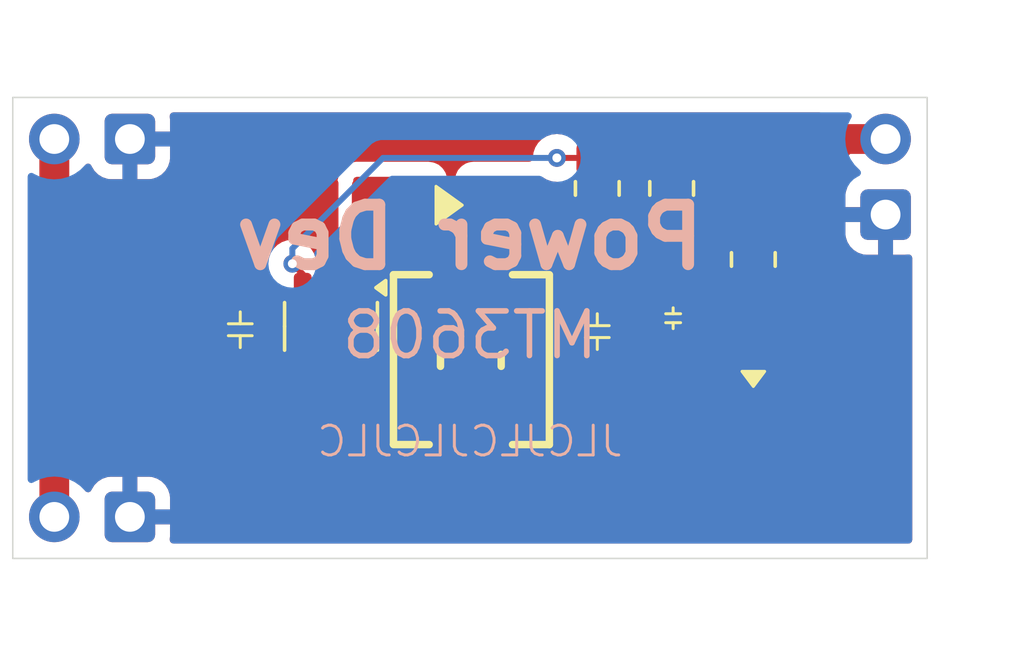
<source format=kicad_pcb>
(kicad_pcb (version 20240108) (generator "pcbnew") (generator_version "8.0")
  (layers (0 "F.Cu" signal) (31 "B.Cu" signal) (34 "B.Paste" user) (35 "F.Paste" user) (36 "B.SilkS" user "B.Silkscreen") (37 "F.SilkS" user "F.Silkscreen") (38 "B.Mask" user) (39 "F.Mask" user) (44 "Edge.Cuts" user))
  (net 0 "")
  (net 1 "VCC")
  (net 2 "GND")
  (net 3 "VOUT")
  (net 4 "SW")
  (net 5 "Net-(LED1-A)")
  (net 6 "FB")
  (footprint "custom:PinHeader_1x02_P2.54mm_Vertical_simple_pad2gnd" (layer "F.Cu") (at 127 129.54 90)
    (property "Reference" "J2" (hide yes))
    (property "Value" "Conn_01x02")
    (pad "1" thru_hole oval (at 0 0 90) (size 1.7 1.7) (drill 1) (layers "*.Cu" "*.Mask") (net 1 "VCC"))
    (pad "2" thru_hole roundrect (at 0 2.54 90) (size 1.7 1.7) (drill 1) (layers "*.Cu" "*.Mask") (roundrect_rratio 0.1470588235) (net 2 "GND"))
  )
  (footprint "Package_TO_SOT_SMD:SOT-23-6" (layer "F.Cu") (at 136.3 123.1375 -90)
    (property "Reference" "U1" (hide yes))
    (property "Value" "MT3608")
    (fp_line (start 0 1.56) (end -0.8 1.56) (stroke (width 0.12)) (layer "F.SilkS"))
    (fp_line (start 0 1.56) (end 0.8 1.56) (stroke (width 0.12)) (layer "F.SilkS"))
    (fp_line (start 0 -1.56) (end -0.8 -1.56) (stroke (width 0.12)) (layer "F.SilkS"))
    (fp_line (start 0 -1.56) (end 0.8 -1.56) (stroke (width 0.12)) (layer "F.SilkS"))
    (fp_poly (pts (xy -1.3 -1.51) (xy -1.54 -1.84) (xy -1.06 -1.84) (xy -1.3 -1.51)) (stroke (width 0.12)) (fill solid) (layer "F.SilkS"))
    (pad "1" smd roundrect (at -1.1375 -0.95 270) (size 1.325 0.6) (layers "F.Cu" "F.Paste" "F.Mask") (net 4 "SW"))
    (pad "2" smd roundrect (at -1.1375 0 270) (size 1.325 0.6) (layers "F.Cu" "F.Paste" "F.Mask") (net 2 "GND"))
    (pad "3" smd roundrect (at -1.1375 0.95 270) (size 1.325 0.6) (layers "F.Cu" "F.Paste" "F.Mask") (net 6 "FB"))
    (pad "4" smd roundrect (at 1.1375 0.95 270) (size 1.325 0.6) (layers "F.Cu" "F.Paste" "F.Mask") (net 1 "VCC"))
    (pad "5" smd roundrect (at 1.1375 0 270) (size 1.325 0.6) (layers "F.Cu" "F.Paste" "F.Mask") (net 1 "VCC"))
    (pad "6" smd roundrect (at 1.1375 -0.95 270) (size 1.325 0.6) (layers "F.Cu" "F.Paste" "F.Mask"))
  )
  (footprint "custom:C_1206_3216Metric_Pad1.33x1.80mm_HandSolder" (layer "F.Cu") (at 133.25 123.25 90)
    (property "Reference" "C1" (hide yes))
    (property "Value" "22uF")
    (fp_line (start -0.2 -0.4) (end -0.2 0.4) (stroke (width 0.1)) (layer "F.SilkS"))
    (fp_line (start 0.2 0) (end 0.6 0) (stroke (width 0.1)) (layer "F.SilkS"))
    (fp_line (start -0.2 0) (end -0.6 0) (stroke (width 0.1)) (layer "F.SilkS"))
    (fp_line (start 0.2 0.4) (end 0.2 -0.4) (stroke (width 0.1)) (layer "F.SilkS"))
    (pad "1" smd roundrect (at -1.5625 0 90) (size 1.325 1.8) (layers "F.Cu" "F.Paste" "F.Mask") (roundrect_rratio 0.188679) (net 1 "VCC"))
    (pad "2" smd roundrect (at 1.5625 0 90) (size 1.325 1.8) (layers "F.Cu" "F.Paste" "F.Mask") (roundrect_rratio 0.188679) (net 2 "GND"))
  )
  (footprint "custom:C_0805_2012Metric_Pad1.18x1.45mm_HandSolder" (layer "F.Cu") (at 147.75 122.8625 -90)
    (property "Reference" "C3" (hide yes))
    (property "Value" "10uF")
    (fp_line (start 0.15 0.2) (end 0.15 -0.3) (stroke (width 0.1)) (layer "F.SilkS"))
    (fp_line (start -0.15 -0.05) (end -0.35 -0.05) (stroke (width 0.1)) (layer "F.SilkS"))
    (fp_line (start 0.15 -0.05) (end 0.35 -0.05) (stroke (width 0.1)) (layer "F.SilkS"))
    (fp_line (start -0.15 -0.3) (end -0.15 0.2) (stroke (width 0.1)) (layer "F.SilkS"))
    (pad "1" smd roundrect (at -1.0375 0 270) (size 1.175 1.45) (layers "F.Cu" "F.Paste" "F.Mask") (roundrect_rratio 0.212766) (net 3 "VOUT"))
    (pad "2" smd roundrect (at 1.0375 0 270) (size 1.175 1.45) (layers "F.Cu" "F.Paste" "F.Mask") (roundrect_rratio 0.212766) (net 2 "GND"))
  )
  (footprint "Resistor_SMD:R_0805_2012Metric_Pad1.20x1.40mm_HandSolder" (layer "F.Cu") (at 145.25 118.5 90)
    (property "Reference" "R1" (hide yes))
    (property "Value" "75K")
    (fp_line (start -0.227064 -0.735) (end 0.227064 -0.735) (stroke (width 0.12)) (layer "F.SilkS"))
    (fp_line (start -0.227064 0.735) (end 0.227064 0.735) (stroke (width 0.12)) (layer "F.SilkS"))
    (pad "1" smd roundrect (at -1 0 90) (size 1.2 1.4) (layers "F.Cu" "F.Paste" "F.Mask") (roundrect_rratio 0.208333) (net 3 "VOUT"))
    (pad "2" smd roundrect (at 1 0 90) (size 1.2 1.4) (layers "F.Cu" "F.Paste" "F.Mask") (roundrect_rratio 0.208333) (net 6 "FB"))
  )
  (footprint "custom:PinHeader_1x02_P2.54mm_Vertical_simple_pad2gnd" (layer "F.Cu") (at 154.94 116.84)
    (property "Reference" "J3" (hide yes))
    (property "Value" "Conn_01x02")
    (pad "1" thru_hole oval (at 0 0) (size 1.7 1.7) (drill 1) (layers "*.Cu" "*.Mask") (net 3 "VOUT"))
    (pad "2" thru_hole roundrect (at 0 2.54) (size 1.7 1.7) (drill 1) (layers "*.Cu" "*.Mask") (roundrect_rratio 0.1470588235) (net 2 "GND"))
  )
  (footprint "custom:PinHeader_1x02_P2.54mm_Vertical_simple_pad2gnd" (layer "F.Cu") (at 127 116.84 90)
    (property "Reference" "J1" (hide yes))
    (property "Value" "Conn_01x02")
    (pad "1" thru_hole oval (at 0 0 90) (size 1.7 1.7) (drill 1) (layers "*.Cu" "*.Mask") (net 1 "VCC"))
    (pad "2" thru_hole roundrect (at 0 2.54 90) (size 1.7 1.7) (drill 1) (layers "*.Cu" "*.Mask") (roundrect_rratio 0.1470588235) (net 2 "GND"))
  )
  (footprint "Resistor_SMD:R_0805_2012Metric_Pad1.20x1.40mm_HandSolder" (layer "F.Cu") (at 150.495 120.888 -90)
    (property "Reference" "R3" (hide yes))
    (property "Value" "10K")
    (fp_line (start -0.227064 0.735) (end 0.227064 0.735) (stroke (width 0.12)) (layer "F.SilkS"))
    (fp_line (start -0.227064 -0.735) (end 0.227064 -0.735) (stroke (width 0.12)) (layer "F.SilkS"))
    (pad "1" smd roundrect (at -1 0 270) (size 1.2 1.4) (layers "F.Cu" "F.Paste" "F.Mask") (roundrect_rratio 0.208333) (net 3 "VOUT"))
    (pad "2" smd roundrect (at 1 0 270) (size 1.2 1.4) (layers "F.Cu" "F.Paste" "F.Mask") (roundrect_rratio 0.208333) (net 5 "Net-(LED1-A)"))
  )
  (footprint "custom:Inductor_Multi_5.2x5.7_2x2.5" (layer "F.Cu") (at 141 124.25 90)
    (property "Reference" "L1" (hide yes))
    (property "Value" "22uH")
    (fp_line (start 2.85 -2.6) (end 2.85 -1.4) (stroke (width 0.25)) (layer "F.SilkS"))
    (fp_line (start -2.85 -2.6) (end 2.85 -2.6) (stroke (width 0.25)) (layer "F.SilkS"))
    (fp_line (start -2.86 -1.4) (end -2.86 -2.6) (stroke (width 0.25)) (layer "F.SilkS"))
    (fp_line (start 0.17 -1.02) (end -0.23 -1.02) (stroke (width 0.25)) (layer "F.SilkS"))
    (fp_line (start -0.23 1.02) (end 0.17 1.02) (stroke (width 0.25)) (layer "F.SilkS"))
    (fp_line (start 2.85 1.4) (end 2.85 2.64) (stroke (width 0.25)) (layer "F.SilkS"))
    (fp_line (start 2.84 2.64) (end -2.86 2.64) (stroke (width 0.25)) (layer "F.SilkS"))
    (fp_line (start -2.86 2.64) (end -2.86 1.4) (stroke (width 0.25)) (layer "F.SilkS"))
    (pad "1" smd rect (at -1.825 0) (size 2.2 2.75) (layers "F.Cu" "F.Paste" "F.Mask") (net 1 "VCC"))
    (pad "2" smd rect (at 1.8 0) (size 2.2 2.8) (layers "F.Cu" "F.Paste" "F.Mask") (net 4 "SW"))
  )
  (footprint "custom:D_SMA_simple" (layer "F.Cu") (at 140.25 119.05 180)
    (property "Reference" "D1" (hide yes))
    (property "Value" "SS34")
    (fp_poly (pts (xy 0.420439 0.621316) (xy -0.461741 -0.012664) (xy 0.420439 -0.648684)) (stroke (width 0.1)) (fill solid) (layer "F.SilkS"))
    (pad "1" smd roundrect (at -2 0 180) (size 2.5 1.8) (layers "F.Cu" "F.Paste" "F.Mask") (roundrect_rratio 0.1388888889) (net 3 "VOUT"))
    (pad "2" smd roundrect (at 2 0 180) (size 2.5 1.8) (layers "F.Cu" "F.Paste" "F.Mask") (roundrect_rratio 0.1388888889) (net 4 "SW"))
  )
  (footprint "custom:C_1206_3216Metric_Pad1.33x1.80mm_HandSolder" (layer "F.Cu") (at 145.25 123.3125 -90)
    (property "Reference" "C2" (hide yes))
    (property "Value" "22uf")
    (fp_line (start 0.2 0.4) (end 0.2 -0.4) (stroke (width 0.1)) (layer "F.SilkS"))
    (fp_line (start -0.2 0) (end -0.6 0) (stroke (width 0.1)) (layer "F.SilkS"))
    (fp_line (start 0.2 0) (end 0.6 0) (stroke (width 0.1)) (layer "F.SilkS"))
    (fp_line (start -0.2 -0.4) (end -0.2 0.4) (stroke (width 0.1)) (layer "F.SilkS"))
    (pad "1" smd roundrect (at -1.5625 0 270) (size 1.325 1.8) (layers "F.Cu" "F.Paste" "F.Mask") (roundrect_rratio 0.188679) (net 3 "VOUT"))
    (pad "2" smd roundrect (at 1.5625 0 270) (size 1.325 1.8) (layers "F.Cu" "F.Paste" "F.Mask") (roundrect_rratio 0.188679) (net 2 "GND"))
  )
  (footprint "Resistor_SMD:R_0805_2012Metric_Pad1.20x1.40mm_HandSolder" (layer "F.Cu") (at 147.75 118.5 90)
    (property "Reference" "R2" (hide yes))
    (property "Value" "10K")
    (fp_line (start -0.227064 -0.735) (end 0.227064 -0.735) (stroke (width 0.12)) (layer "F.SilkS"))
    (fp_line (start -0.227064 0.735) (end 0.227064 0.735) (stroke (width 0.12)) (layer "F.SilkS"))
    (pad "1" smd roundrect (at -1 0 90) (size 1.2 1.4) (layers "F.Cu" "F.Paste" "F.Mask") (roundrect_rratio 0.208333) (net 6 "FB"))
    (pad "2" smd roundrect (at 1 0 90) (size 1.2 1.4) (layers "F.Cu" "F.Paste" "F.Mask") (roundrect_rratio 0.208333) (net 2 "GND"))
  )
  (footprint "custom:LED_0805_2012Metric_Pad1.15x1.40mm_HandSolder_simple" (layer "F.Cu") (at 150.495 124.903 90)
    (property "Reference" "LED1" (hide yes))
    (property "Value" "Boost")
    (fp_poly (pts (xy 0.254 -0.381) (xy 0.254 0.381) (xy -0.254 0)) (stroke (width 0.1)) (fill solid) (layer "F.SilkS"))
    (pad "1" smd roundrect (at -1.025 0 90) (size 1.15 1.4) (layers "F.Cu" "F.Paste" "F.Mask") (roundrect_rratio 0.217391) (net 2 "GND"))
    (pad "2" smd roundrect (at 1.025 0 90) (size 1.15 1.4) (layers "F.Cu" "F.Paste" "F.Mask") (roundrect_rratio 0.217391) (net 5 "Net-(LED1-A)"))
  )
  (gr_rect (start 125.603 115.443) (end 156.337 130.937) (stroke (width 0.05)) (fill none) (layer "Edge.Cuts"))
  (gr_text "MT3608" (at 140.97 122.555 0) (layer "B.SilkS") (effects (font (size 1.5 1.5) (thickness 0.1875)) (justify top mirror)))
  (gr_text "Power Dev" (at 140.97 120.142 0) (layer "B.SilkS") (effects (font (size 2 2) (thickness 0.4) (bold yes)) (justify mirror)))
  (gr_text "JLCJLCJLCJLC" (at 140.97 127 0) (layer "B.SilkS") (effects (font (size 1 1) (thickness 0.1)) (justify mirror)))
  (segment (start 127 118.5625) (end 127 116.84) (width 1) (layer "F.Cu") (net 1))
  (segment (start 133.25 124.8125) (end 127 118.5625) (width 1) (layer "F.Cu") (net 1))
  (segment (start 127 116.84) (end 127 129.54) (width 1) (layer "F.Cu") (net 1))
  (segment (start 136.3 118.353122) (end 134.786878 116.84) (width 0.5) (layer "F.Cu") (net 2))
  (segment (start 134.786878 116.84) (end 129.54 116.84) (width 0.5) (layer "F.Cu") (net 2))
  (segment (start 136.3 122) (end 136.3 118.353122) (width 0.5) (layer "F.Cu") (net 2))
  (segment (start 154.94 116.84) (end 153.543 116.84) (width 1) (layer "F.Cu") (net 3))
  (segment (start 153.543 116.84) (end 150.495 119.888) (width 1) (layer "F.Cu") (net 3))
  (segment (start 150.495 121.888) (end 150.495 123.878) (width 1) (layer "F.Cu") (net 5))
  (segment (start 135.001 121.031) (end 135.35 121.38) (width 0.2) (layer "F.Cu") (net 6))
  (segment (start 135.35 121.38) (end 135.35 122) (width 0.2) (layer "F.Cu") (net 6))
  (segment (start 145.75 117.5) (end 147.75 119.5) (width 0.5) (layer "F.Cu") (net 6))
  (segment (start 143.891 117.475) (end 145.225 117.475) (width 0.2) (layer "F.Cu") (net 6))
  (segment (start 145.25 117.5) (end 145.75 117.5) (width 0.5) (layer "F.Cu") (net 6))
  (via (at 143.891 117.475) (size 0.6) (drill 0.3) (layers "F.Cu" "B.Cu") (net 6))
  (via (at 135.001 121.031) (size 0.6) (drill 0.3) (layers "F.Cu" "B.Cu") (net 6))
  (segment (start 135.001 120.523) (end 138.049 117.475) (width 0.2) (layer "B.Cu") (net 6))
  (segment (start 138.049 117.475) (end 143.891 117.475) (width 0.2) (layer "B.Cu") (net 6))
  (segment (start 135.001 121.031) (end 135.001 120.523) (width 0.2) (layer "B.Cu") (net 6))
  (zone (net 4) (net_name "SW") (layer "F.Cu") (priority 3) (connect_pads yes (clearance 0.5)) (min_thickness 0.25) (fill yes (thermal_gap 0.5) (thermal_bridge_width 0.5))
    (polygon (pts (xy 136.906 122.682) (xy 139.954 123.952) (xy 141.986 123.952) (xy 141.986 120.904) (xy 139.954 120.904) (xy 139.7 119.888) (xy 139.7 118.11) (xy 136.906 118.11)))
  )
  (zone (net 3) (net_name "VOUT") (layer "F.Cu") (priority 2) (connect_pads yes (clearance 0.5)) (min_thickness 0.25) (fill yes (thermal_gap 0.5) (thermal_bridge_width 0.5))
    (polygon (pts (xy 140.97 118.11) (xy 140.97 119.888) (xy 143.256 119.888) (xy 144.272 122.428) (xy 148.59 122.428) (xy 150.114 120.396) (xy 151.257 120.396) (xy 151.257 119.126) (xy 149.86 119.126) (xy 146.05 118.872) (xy 144.526 118.872) (xy 143.764 118.11)))
  )
  (zone (net 1) (net_name "VCC") (layer "F.Cu") (priority 2) (connect_pads yes (clearance 0.5)) (min_thickness 0.25) (fill yes (thermal_gap 0.5) (thermal_bridge_width 0.5))
    (polygon (pts (xy 132.334 123.444) (xy 136.652 123.444) (xy 139.954 124.841) (xy 141.986 124.841) (xy 141.986 127.508) (xy 136.906 127.508) (xy 134.874 125.476) (xy 132.08 125.476)))
  )
  (zone (net 2) (net_name "GND") (layers "F&B.Cu") (connect_pads (clearance 0.5)) (min_thickness 0.25) (fill yes (thermal_gap 0.5) (thermal_bridge_width 0.5))
    (polygon (pts (xy 125.222 115.062) (xy 156.718 115.062) (xy 156.718 131.318) (xy 125.222 131.318)))
  )
)
</source>
